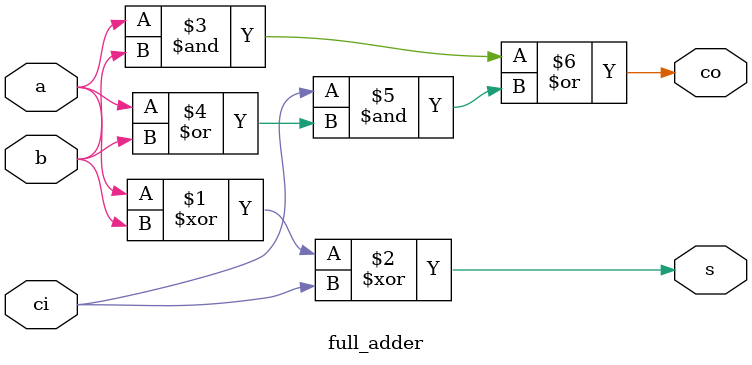
<source format=v>
/*--  *******************************************************
--  Computer Architecture Course, Laboratory Sources 
--  Amirkabir University of Technology (Tehran Polytechnic)
--  Department of Computer Engineering (CE-AUT)
--  https://ce[dot]aut[dot]ac[dot]ir
--  *******************************************************
--  All Rights reserved (C) 2019-2020
--  *******************************************************
--  Student ID  : 
--  Student Name: 
--  Student Mail: 
--  *******************************************************
--  Additional Comments:
--
--*/

/*-----------------------------------------------------------
---  Module Name: Full Adder Gate Level
---  Description: Lab 07 Part 1
-----------------------------------------------------------*/
`timescale 1 ns/1 ns

module full_adder (
	input a ,
	input b ,
	input ci ,
	output s ,
	output co
);
	
	assign s = a ^ b ^ ci;
	assign co = (a & b) | (ci & (a | b));
	
endmodule

</source>
